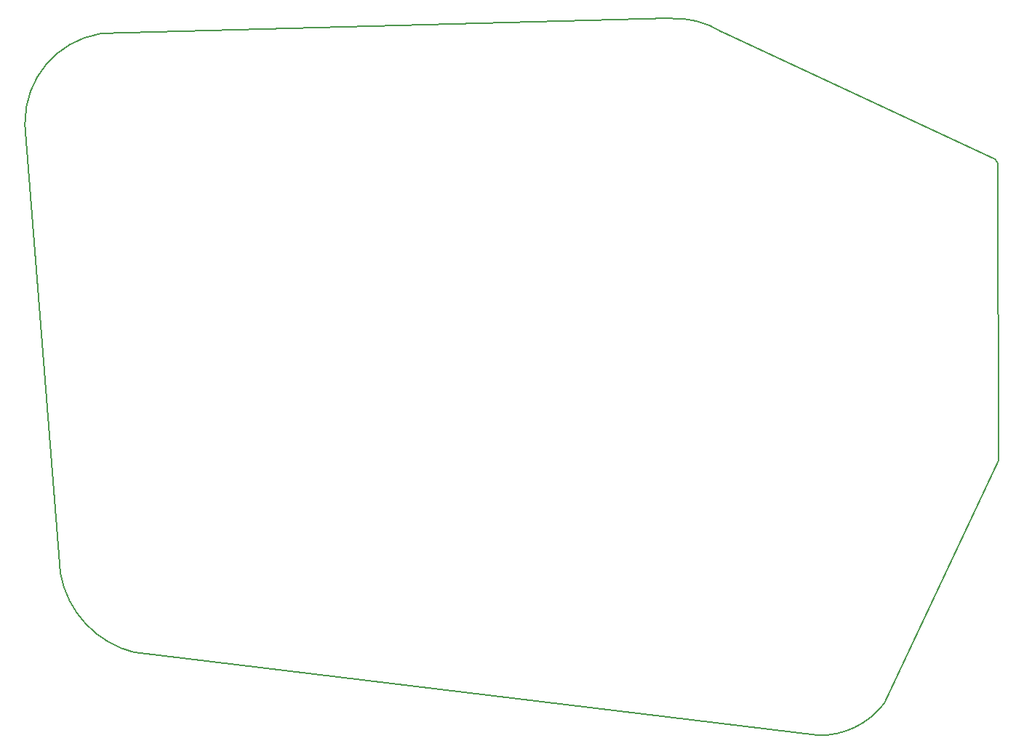
<source format=gm1>
G04 #@! TF.GenerationSoftware,KiCad,Pcbnew,5.1.8*
G04 #@! TF.CreationDate,2020-11-23T10:56:14+00:00*
G04 #@! TF.ProjectId,cradio,63726164-696f-42e6-9b69-6361645f7063,2.1*
G04 #@! TF.SameCoordinates,Original*
G04 #@! TF.FileFunction,Profile,NP*
%FSLAX46Y46*%
G04 Gerber Fmt 4.6, Leading zero omitted, Abs format (unit mm)*
G04 Created by KiCad (PCBNEW 5.1.8) date 2020-11-23 10:56:14*
%MOMM*%
%LPD*%
G01*
G04 APERTURE LIST*
G04 #@! TA.AperFunction,Profile*
%ADD10C,0.150000*%
G04 #@! TD*
G04 APERTURE END LIST*
D10*
X105918000Y-15240001D02*
G75*
G02*
X112016555Y-16811266I563902J-10432123D01*
G01*
X105918000Y-15240000D02*
X39624000Y-17018000D01*
X143816302Y-31614407D02*
X112016555Y-16811266D01*
X130914271Y-95075525D02*
X144272000Y-66802000D01*
X130914271Y-95075526D02*
G75*
G02*
X123190000Y-98806000I-7540401J5750930D01*
G01*
X43688000Y-89154000D02*
G75*
G02*
X35014644Y-79908818I2756644J11277182D01*
G01*
X143816302Y-31614407D02*
G75*
G02*
X144187844Y-32512000I-898458J-897593D01*
G01*
X43688000Y-89154000D02*
X123190000Y-98806000D01*
X30897624Y-27391512D02*
G75*
G02*
X39624000Y-17018000I10465148J53682D01*
G01*
X30897623Y-27391512D02*
X35014644Y-79908818D01*
X144272000Y-66802000D02*
X144187844Y-32512000D01*
M02*

</source>
